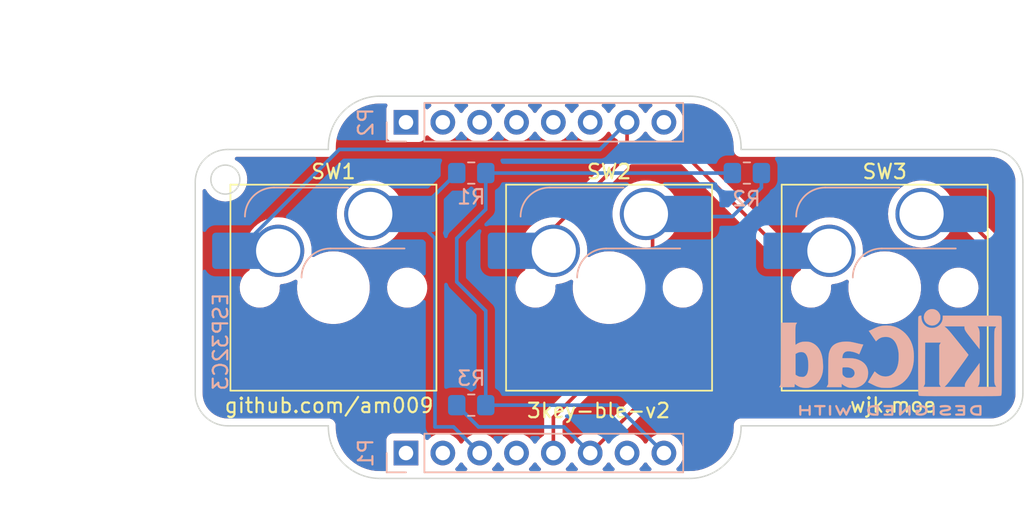
<source format=kicad_pcb>
(kicad_pcb (version 20211014) (generator pcbnew)
  (layers (0 "F.Cu" signal) (31 "B.Cu" signal) (34 "B.Paste" user) (35 "F.Paste" user) (36 "B.SilkS" user "B.Silkscreen") (37 "F.SilkS" user "F.Silkscreen") (38 "B.Mask" user) (39 "F.Mask" user) (44 "Edge.Cuts" user))
  (net 0 "")
  (net 3 "Net-(P1-Pad3)")
  (net 5 "Net-(P1-Pad5)")
  (net 6 "Net-(P1-Pad6)")
  (net 8 "Net-(P1-Pad8)")
  (net 15 "GND")
  (footprint "Switch_Keyboard_Hotswap_Kailh:SW_Hotswap_Kailh_MX_plated_1.00u" (layer "F.Cu") (at 119 97.4)
    (fp_text reference "SW2" (at 0 -8) (layer "F.SilkS"))
    (fp_text value "SW_Push")
    (pad "" np_thru_hole circle locked (at 5.08 0) (size 1.75 1.75) (drill 1.75) (layers *.Cu *.Mask))
    (pad "" np_thru_hole circle locked (at -5.08 0) (size 1.75 1.75) (drill 1.75) (layers *.Cu *.Mask))
    (pad "" np_thru_hole circle locked (at 0 0) (size 4 4) (drill 4) (layers *.Cu *.Mask))
    (pad "1" smd roundrect locked (at -6.585 -2.54) (size 3.55 2.5) (layers "B.Cu") (roundrect_rratio 0.1) (net 15 "GND"))
    (pad "1" thru_hole circle locked (at -3.81 -2.54) (size 3.6 3.6) (drill 3.05) (layers *.Cu "B.Mask") (net 15 "GND"))
    (pad "2" smd roundrect locked (at 5.32 -5.08) (size 3.55 2.5) (layers "B.Cu") (roundrect_rratio 0.1) (net 5 "Net-(P1-Pad5)"))
    (pad "2" thru_hole circle locked (at 2.54 -5.08) (size 3.6 3.6) (drill 3.05) (layers *.Cu "B.Mask") (net 5 "Net-(P1-Pad5)"))
  )
  (footprint "Switch_Keyboard_Hotswap_Kailh:SW_Hotswap_Kailh_MX_plated_1.00u" (layer "F.Cu") (at 100 97.4)
    (fp_text reference "SW1" (at 0 -8) (layer "F.SilkS"))
    (fp_text value "SW_Push")
    (pad "" np_thru_hole circle locked (at 0 0) (size 4 4) (drill 4) (layers *.Cu *.Mask))
    (pad "" np_thru_hole circle locked (at 5.08 0) (size 1.75 1.75) (drill 1.75) (layers *.Cu *.Mask))
    (pad "" np_thru_hole circle locked (at -5.08 0) (size 1.75 1.75) (drill 1.75) (layers *.Cu *.Mask))
    (pad "1" thru_hole circle locked (at -3.81 -2.54) (size 3.6 3.6) (drill 3.05) (layers *.Cu "B.Mask") (net 15 "GND"))
    (pad "1" smd roundrect locked (at -6.585 -2.54) (size 3.55 2.5) (layers "B.Cu") (roundrect_rratio 0.1) (net 15 "GND"))
    (pad "2" thru_hole circle locked (at 2.54 -5.08) (size 3.6 3.6) (drill 3.05) (layers *.Cu "B.Mask") (net 3 "Net-(P1-Pad3)"))
    (pad "2" smd roundrect locked (at 5.32 -5.08) (size 3.55 2.5) (layers "B.Cu") (roundrect_rratio 0.1) (net 3 "Net-(P1-Pad3)"))
  )
  (footprint "Switch_Keyboard_Hotswap_Kailh:SW_Hotswap_Kailh_MX_plated_1.00u" (layer "F.Cu") (at 138 97.4)
    (fp_text reference "SW3" (at 0 -8) (layer "F.SilkS"))
    (fp_text value "SW_Push")
    (pad "" np_thru_hole circle locked (at 0 0) (size 4 4) (drill 4) (layers *.Cu *.Mask))
    (pad "" np_thru_hole circle locked (at 5.08 0) (size 1.75 1.75) (drill 1.75) (layers *.Cu *.Mask))
    (pad "" np_thru_hole circle locked (at -5.08 0) (size 1.75 1.75) (drill 1.75) (layers *.Cu *.Mask))
    (pad "1" smd roundrect locked (at -6.585 -2.54) (size 3.55 2.5) (layers "B.Cu") (roundrect_rratio 0.1) (net 15 "GND"))
    (pad "1" thru_hole circle locked (at -3.81 -2.54) (size 3.6 3.6) (drill 3.05) (layers *.Cu "B.Mask") (net 15 "GND"))
    (pad "2" thru_hole circle locked (at 2.54 -5.08) (size 3.6 3.6) (drill 3.05) (layers *.Cu "B.Mask") (net 6 "Net-(P1-Pad6)"))
    (pad "2" smd roundrect locked (at 5.32 -5.08) (size 3.55 2.5) (layers "B.Cu") (roundrect_rratio 0.1) (net 6 "Net-(P1-Pad6)"))
  )
  (footprint "Resistor_SMD:R_0805_2012Metric_Pad1.20x1.40mm_HandSolder" (layer "B.Cu") (at 109.5 105.5)
    (fp_text reference "R3" (at 0 -1.85) (layer "B.SilkS") (effects (justify mirror)))
    (fp_text value "10K")
    (pad "1" smd roundrect (at -1 0) (size 1.2 1.4) (layers "B.Cu" "B.Paste" "B.Mask") (roundrect_rratio 0.2083333333) (net 6 "Net-(P1-Pad6)"))
    (pad "2" smd roundrect (at 1 0) (size 1.2 1.4) (layers "B.Cu" "B.Paste" "B.Mask") (roundrect_rratio 0.2083333333) (net 8 "Net-(P1-Pad8)"))
  )
  (footprint "Resistor_SMD:R_0805_2012Metric_Pad1.20x1.40mm_HandSolder" (layer "B.Cu") (at 128.5 89.5 180)
    (fp_text reference "R2" (at 0.025 -1.775) (layer "B.SilkS") (effects (justify mirror)))
    (fp_text value "10K")
    (pad "1" smd roundrect (at -1 0 180) (size 1.2 1.4) (layers "B.Cu" "B.Paste" "B.Mask") (roundrect_rratio 0.2083333333) (net 5 "Net-(P1-Pad5)"))
    (pad "2" smd roundrect (at 1 0 180) (size 1.2 1.4) (layers "B.Cu" "B.Paste" "B.Mask") (roundrect_rratio 0.2083333333) (net 8 "Net-(P1-Pad8)"))
  )
  (footprint "Resistor_SMD:R_0805_2012Metric_Pad1.20x1.40mm_HandSolder" (layer "B.Cu") (at 109.5 89.5)
    (fp_text reference "R1" (at 0 1.65) (layer "B.SilkS") (effects (justify mirror)))
    (fp_text value "10K")
    (pad "1" smd roundrect (at -1 0) (size 1.2 1.4) (layers "B.Cu" "B.Paste" "B.Mask") (roundrect_rratio 0.2083333333) (net 3 "Net-(P1-Pad3)"))
    (pad "2" smd roundrect (at 1 0) (size 1.2 1.4) (layers "B.Cu" "B.Paste" "B.Mask") (roundrect_rratio 0.2083333333) (net 8 "Net-(P1-Pad8)"))
  )
  (footprint "Symbol:KiCad-Logo2_6mm_SilkScreen" (layer "B.Cu") (at 138.407487 101.854848 180)
    (fp_text reference "REF**" hide)
    (fp_text value "KiCad-Logo2_6mm_SilkScreen" hide)
  )
  (footprint "Connector_PinSocket_2.54mm:PinSocket_1x08_P2.54mm_Vertical" (layer "B.Cu") (at 105 86 -90)
    (fp_text reference "P2" (at 0 2.77 90) (layer "B.SilkS") (effects (justify mirror)))
    (fp_text value "TOI_Plus_Right")
    (pad "1" thru_hole rect (at 0 0 270) (size 1.7 1.7) (drill 1) (layers *.Cu *.Mask))
    (pad "2" thru_hole oval (at 0 -2.54 270) (size 1.7 1.7) (drill 1) (layers *.Cu *.Mask))
    (pad "3" thru_hole oval (at 0 -5.08 270) (size 1.7 1.7) (drill 1) (layers *.Cu *.Mask))
    (pad "4" thru_hole oval (at 0 -7.62 270) (size 1.7 1.7) (drill 1) (layers *.Cu *.Mask))
    (pad "5" thru_hole oval (at 0 -10.16 270) (size 1.7 1.7) (drill 1) (layers *.Cu *.Mask))
    (pad "6" thru_hole oval (at 0 -12.7 270) (size 1.7 1.7) (drill 1) (layers *.Cu *.Mask))
    (pad "7" thru_hole oval (at 0 -15.24 270) (size 1.7 1.7) (drill 1) (layers *.Cu *.Mask) (net 15 "GND"))
    (pad "8" thru_hole oval (at 0 -17.78 270) (size 1.7 1.7) (drill 1) (layers *.Cu *.Mask))
  )
  (footprint "Connector_PinSocket_2.54mm:PinSocket_1x08_P2.54mm_Vertical" (layer "B.Cu") (at 105 108.8 -90)
    (fp_text reference "P1" (at 0 2.77 90) (layer "B.SilkS") (effects (justify mirror)))
    (fp_text value "TOI_Plus_Left")
    (pad "1" thru_hole rect (at 0 0 270) (size 1.7 1.7) (drill 1) (layers *.Cu *.Mask))
    (pad "2" thru_hole oval (at 0 -2.54 270) (size 1.7 1.7) (drill 1) (layers *.Cu *.Mask))
    (pad "3" thru_hole oval (at 0 -5.08 270) (size 1.7 1.7) (drill 1) (layers *.Cu *.Mask) (net 3 "Net-(P1-Pad3)"))
    (pad "4" thru_hole oval (at 0 -7.62 270) (size 1.7 1.7) (drill 1) (layers *.Cu *.Mask))
    (pad "5" thru_hole oval (at 0 -10.16 270) (size 1.7 1.7) (drill 1) (layers *.Cu *.Mask) (net 5 "Net-(P1-Pad5)"))
    (pad "6" thru_hole oval (at 0 -12.7 270) (size 1.7 1.7) (drill 1) (layers *.Cu *.Mask) (net 6 "Net-(P1-Pad6)"))
    (pad "7" thru_hole oval (at 0 -15.24 270) (size 1.7 1.7) (drill 1) (layers *.Cu *.Mask))
    (pad "8" thru_hole oval (at 0 -17.78 270) (size 1.7 1.7) (drill 1) (layers *.Cu *.Mask) (net 8 "Net-(P1-Pad8)"))
  )
  (gr_line (start 124.55 84.2) (end 103.2 84.2) (layer "Edge.Cuts") (width 0.1))
  (gr_arc (start 92.725 106.925) (mid 91.13401 106.26599) (end 90.475 104.675) (layer "Edge.Cuts") (width 0.1))
  (gr_line (start 99.65 107) (end 99.65 106.925) (layer "Edge.Cuts") (width 0.1))
  (gr_line (start 128.1 87.75) (end 128.1 87.875) (layer "Edge.Cuts") (width 0.1))
  (gr_arc (start 99.65 87.75) (mid 100.689771 85.239771) (end 103.2 84.2) (layer "Edge.Cuts") (width 0.1))
  (gr_arc (start 124.55 84.2) (mid 127.060229 85.239771) (end 128.1 87.75) (layer "Edge.Cuts") (width 0.1))
  (gr_line (start 90.475 90.125) (end 90.475 104.675) (layer "Edge.Cuts") (width 0.1))
  (gr_line (start 103.2 110.55) (end 124.55 110.55) (layer "Edge.Cuts") (width 0.1))
  (gr_arc (start 145.275 87.875) (mid 146.86599 88.53401) (end 147.525 90.125) (layer "Edge.Cuts") (width 0.1))
  (gr_arc (start 90.475 90.125) (mid 91.13401 88.53401) (end 92.725 87.875) (layer "Edge.Cuts") (width 0.1))
  (gr_arc (start 103.2 110.55) (mid 100.689771 109.510229) (end 99.65 107) (layer "Edge.Cuts") (width 0.1))
  (gr_line (start 99.65 87.875) (end 92.725 87.875) (layer "Edge.Cuts") (width 0.1))
  (gr_line (start 145.275 87.875) (end 128.1 87.875) (layer "Edge.Cuts") (width 0.1))
  (gr_line (start 92.725 106.925) (end 99.65 106.925) (layer "Edge.Cuts") (width 0.1))
  (gr_circle (center 92.55 89.95) (end 92.55 88.95) (layer "Edge.Cuts") (width 0.1) (fill none))
  (gr_arc (start 128.1 107) (mid 127.060229 109.510229) (end 124.55 110.55) (layer "Edge.Cuts") (width 0.1))
  (gr_line (start 128.1 106.925) (end 128.1 107) (layer "Edge.Cuts") (width 0.1))
  (gr_line (start 99.65 87.75) (end 99.65 87.875) (layer "Edge.Cuts") (width 0.1))
  (gr_line (start 147.524999 104.7) (end 147.525 90.125) (layer "Edge.Cuts") (width 0.1))
  (gr_arc (start 147.524999 104.7) (mid 146.857224 106.274902) (end 145.275 106.925138) (layer "Edge.Cuts") (width 0.1))
  (gr_line (start 128.1 106.925) (end 145.275 106.925138) (layer "Edge.Cuts") (width 0.1))
  (gr_text "ESP32C3" (at 92.225 101.125 90) (layer "B.SilkS") (effects (font (size 1 1)) (justify mirror)))
  (gr_text "wjk.moe" (at 138.575 105.5) (layer "F.SilkS") (effects (font (size 1 1))))
  (gr_text "github.com/am009" (at 99.7 105.525) (layer "F.SilkS") (effects (font (size 1 1))))
  (gr_text "3key-ble-v2" (at 118.275 105.875) (layer "F.SilkS") (effects (font (size 1 1))))
  (segment (start 108.28 107) (end 107 107) (width 0.25) (layer "B.Cu") (net 3))
  (segment (start 110.08 108.8) (end 108.28 107) (width 0.25) (layer "B.Cu") (net 3))
  (segment (start 105.32 92.32) (end 105.68 92.32) (width 0.25) (layer "B.Cu") (net 3))
  (segment (start 107 94) (end 105.32 92.32) (width 0.25) (layer "B.Cu") (net 3))
  (segment (start 107 107) (end 107 94) (width 0.25) (layer "B.Cu") (net 3))
  (segment (start 105.68 92.32) (end 108.5 89.5) (width 0.25) (layer "B.Cu") (net 3))
  (segment (start 122 99.5) (end 122 92.78) (width 0.25) (layer "F.Cu") (net 5))
  (segment (start 122 92.78) (end 121.54 92.32) (width 0.25) (layer "F.Cu") (net 5))
  (segment (start 115.16 106.34) (end 122 99.5) (width 0.25) (layer "F.Cu") (net 5))
  (segment (start 115.16 108.8) (end 115.16 106.34) (width 0.25) (layer "F.Cu") (net 5))
  (segment (start 129.5 89.5) (end 129.5 90.5) (width 0.25) (layer "B.Cu") (net 5))
  (segment (start 124.5 92.5) (end 124.32 92.32) (width 0.25) (layer "B.Cu") (net 5))
  (segment (start 127.5 92.5) (end 124.5 92.5) (width 0.25) (layer "B.Cu") (net 5))
  (segment (start 129.5 90.5) (end 127.5 92.5) (width 0.25) (layer "B.Cu") (net 5))
  (segment (start 146.5 98.5) (end 146.5 95.5) (width 0.25) (layer "F.Cu") (net 6))
  (segment (start 142 103) (end 146.5 98.5) (width 0.25) (layer "F.Cu") (net 6))
  (segment (start 143.32 92.32) (end 140.54 92.32) (width 0.25) (layer "F.Cu") (net 6))
  (segment (start 123.5 103) (end 142 103) (width 0.25) (layer "F.Cu") (net 6))
  (segment (start 146.5 95.5) (end 143.32 92.32) (width 0.25) (layer "F.Cu") (net 6))
  (segment (start 117.7 108.8) (end 123.5 103) (width 0.25) (layer "F.Cu") (net 6))
  (segment (start 110 107) (end 108.5 105.5) (width 0.25) (layer "B.Cu") (net 6))
  (segment (start 117.7 108.8) (end 115.9 107) (width 0.25) (layer "B.Cu") (net 6))
  (segment (start 115.9 107) (end 110 107) (width 0.25) (layer "B.Cu") (net 6))
  (segment (start 108.5 94) (end 110.5 92) (width 0.25) (layer "B.Cu") (net 8))
  (segment (start 119.5 105.5) (end 110.5 105.5) (width 0.25) (layer "B.Cu") (net 8))
  (segment (start 110.5 99) (end 108.5 97) (width 0.25) (layer "B.Cu") (net 8))
  (segment (start 110.5 92) (end 110.5 89.5) (width 0.25) (layer "B.Cu") (net 8))
  (segment (start 122.78 108.8) (end 119.5 105.52) (width 0.25) (layer "B.Cu") (net 8))
  (segment (start 108.5 97) (end 108.5 94) (width 0.25) (layer "B.Cu") (net 8))
  (segment (start 110.5 105.5) (end 110.5 99) (width 0.25) (layer "B.Cu") (net 8))
  (segment (start 119.5 105.52) (end 119.5 105.5) (width 0.25) (layer "B.Cu") (net 8))
  (segment (start 110.5 89.5) (end 127.5 89.5) (width 0.25) (layer "B.Cu") (net 8))
  (segment (start 124.26 88.26) (end 130.86 94.86) (width 0.25) (layer "F.Cu") (net 15))
  (segment (start 120.24 88.26) (end 115.19 93.31) (width 0.25) (layer "F.Cu") (net 15))
  (segment (start 120.24 86) (end 120.24 88.26) (width 0.25) (layer "F.Cu") (net 15))
  (segment (start 115.19 93.31) (end 115.19 94.86) (width 0.25) (layer "F.Cu") (net 15))
  (segment (start 130.86 94.86) (end 134.19 94.86) (width 0.25) (layer "F.Cu") (net 15))
  (segment (start 120.24 88.26) (end 124.26 88.26) (width 0.25) (layer "F.Cu") (net 15))
  (segment (start 120.24 86) (end 118.37 87.87) (width 0.25) (layer "B.Cu") (net 15))
  (segment (start 118.37 87.87) (end 100.405 87.87) (width 0.25) (layer "B.Cu") (net 15))
  (segment (start 100.405 87.87) (end 93.415 94.86) (width 0.25) (layer "B.Cu") (net 15))
  (segment (start 112.415 93.825) (end 112.415 94.86) (width 0.25) (layer "B.Cu") (net 15))
  (zone (net 0) (net_name "") (layers F&B.Cu) (connect_pads (clearance 0.508)) (min_thickness 0.254) (fill yes (thermal_gap 0.508) (thermal_bridge_width 0.508))
    (polygon (pts (xy 147.525 110.55) (xy 90.475 110.55) (xy 90.475 84.225) (xy 147.55 84.2)))
  )
)
</source>
